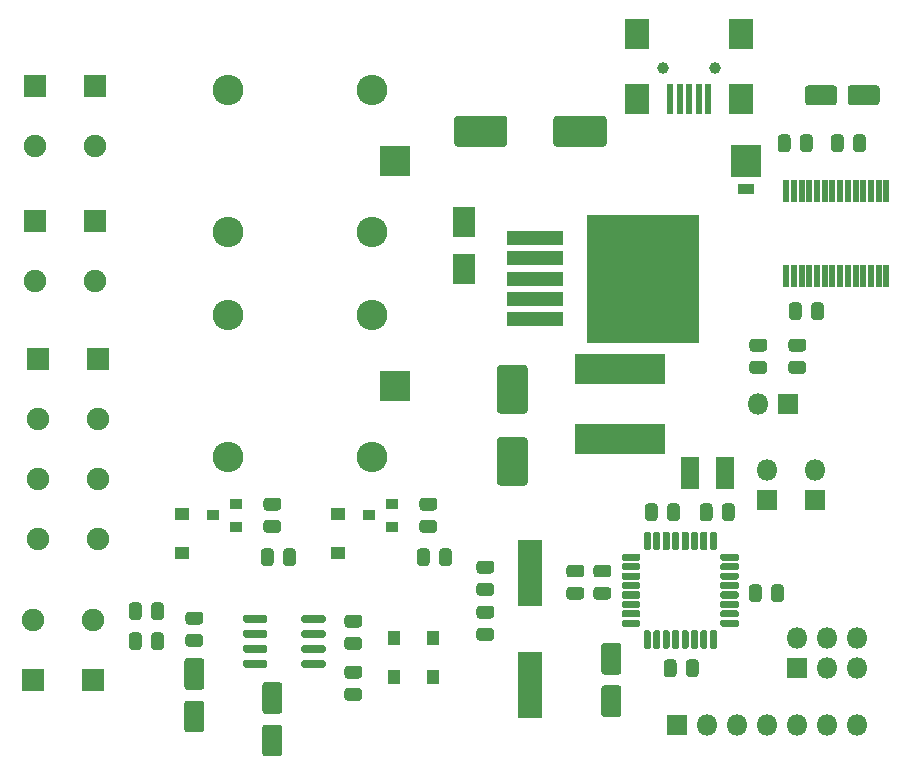
<source format=gbr>
%TF.GenerationSoftware,KiCad,Pcbnew,(5.1.6)-1*%
%TF.CreationDate,2021-01-04T09:58:51-07:00*%
%TF.ProjectId,R107 AC Controller,52313037-2041-4432-9043-6f6e74726f6c,rev?*%
%TF.SameCoordinates,Original*%
%TF.FileFunction,Soldermask,Top*%
%TF.FilePolarity,Negative*%
%FSLAX46Y46*%
G04 Gerber Fmt 4.6, Leading zero omitted, Abs format (unit mm)*
G04 Created by KiCad (PCBNEW (5.1.6)-1) date 2021-01-04 09:58:51*
%MOMM*%
%LPD*%
G01*
G04 APERTURE LIST*
%ADD10C,1.900000*%
%ADD11R,1.900000X1.900000*%
%ADD12R,7.600000X2.600000*%
%ADD13O,2.600000X2.600000*%
%ADD14R,2.600000X2.600000*%
%ADD15R,1.900000X2.600000*%
%ADD16O,1.800000X1.800000*%
%ADD17R,1.800000X1.800000*%
%ADD18R,2.640000X2.770000*%
%ADD19R,1.370000X0.862000*%
%ADD20R,1.000000X1.300000*%
%ADD21R,1.300000X1.000000*%
%ADD22R,1.600000X2.700000*%
%ADD23R,2.100000X5.600000*%
%ADD24R,0.550000X1.850000*%
%ADD25R,9.500000X10.900000*%
%ADD26R,4.700000X1.200000*%
%ADD27R,1.000000X0.900000*%
%ADD28C,1.000000*%
%ADD29R,0.600000X2.600000*%
%ADD30R,2.100000X2.600000*%
G04 APERTURE END LIST*
D10*
%TO.C,J4*%
X133604000Y-65024000D03*
X138684000Y-65024000D03*
X138684000Y-59944000D03*
X133604000Y-59944000D03*
X133604000Y-54864000D03*
X138684000Y-54864000D03*
D11*
X138684000Y-49784000D03*
X133604000Y-49784000D03*
%TD*%
D10*
%TO.C,J5*%
X133146800Y-71882000D03*
X138226800Y-71882000D03*
D11*
X133146800Y-76962000D03*
X138226800Y-76962000D03*
%TD*%
D10*
%TO.C,J2*%
X138430000Y-43180000D03*
X133350000Y-43180000D03*
D11*
X138430000Y-38100000D03*
X133350000Y-38100000D03*
%TD*%
D10*
%TO.C,J1*%
X138430000Y-31750000D03*
X133350000Y-31750000D03*
D11*
X138430000Y-26670000D03*
X133350000Y-26670000D03*
%TD*%
D12*
%TO.C,L1*%
X182880000Y-50644000D03*
X182880000Y-56544000D03*
%TD*%
D13*
%TO.C,K2*%
X161830000Y-58070000D03*
X149630000Y-58070000D03*
X149630000Y-46070000D03*
X161830000Y-46070000D03*
D14*
X163830000Y-52070000D03*
%TD*%
D13*
%TO.C,K1*%
X161830000Y-39020000D03*
X149630000Y-39020000D03*
X149630000Y-27020000D03*
X161830000Y-27020000D03*
D14*
X163830000Y-33020000D03*
%TD*%
D15*
%TO.C,D4*%
X169672000Y-42132000D03*
X169672000Y-38132000D03*
%TD*%
D16*
%TO.C,JP3*%
X195326000Y-59182000D03*
D17*
X195326000Y-61722000D03*
%TD*%
D18*
%TO.C,D7*%
X193548000Y-33020000D03*
D19*
X193548000Y-35371000D03*
%TD*%
D20*
%TO.C,D6*%
X163704000Y-73406000D03*
X167004000Y-73406000D03*
%TD*%
D21*
%TO.C,D3*%
X159004000Y-62866000D03*
X159004000Y-66166000D03*
%TD*%
D22*
%TO.C,D1*%
X188770000Y-59436000D03*
X191770000Y-59436000D03*
%TD*%
D23*
%TO.C,Y1*%
X175260000Y-77394000D03*
X175260000Y-67894000D03*
%TD*%
D24*
%TO.C,U4*%
X196943000Y-35516000D03*
X197593000Y-35516000D03*
X198243000Y-35516000D03*
X198893000Y-35516000D03*
X199543000Y-35516000D03*
X200193000Y-35516000D03*
X200843000Y-35516000D03*
X201493000Y-35516000D03*
X202143000Y-35516000D03*
X202793000Y-35516000D03*
X203443000Y-35516000D03*
X204093000Y-35516000D03*
X204743000Y-35516000D03*
X205393000Y-35516000D03*
X205393000Y-42716000D03*
X204743000Y-42716000D03*
X204093000Y-42716000D03*
X203443000Y-42716000D03*
X202793000Y-42716000D03*
X202143000Y-42716000D03*
X201493000Y-42716000D03*
X200843000Y-42716000D03*
X200193000Y-42716000D03*
X199543000Y-42716000D03*
X198893000Y-42716000D03*
X198243000Y-42716000D03*
X197593000Y-42716000D03*
X196943000Y-42716000D03*
%TD*%
%TO.C,U3*%
G36*
G01*
X155882000Y-71930000D02*
X155882000Y-71580000D01*
G75*
G02*
X156057000Y-71405000I175000J0D01*
G01*
X157757000Y-71405000D01*
G75*
G02*
X157932000Y-71580000I0J-175000D01*
G01*
X157932000Y-71930000D01*
G75*
G02*
X157757000Y-72105000I-175000J0D01*
G01*
X156057000Y-72105000D01*
G75*
G02*
X155882000Y-71930000I0J175000D01*
G01*
G37*
G36*
G01*
X155882000Y-73200000D02*
X155882000Y-72850000D01*
G75*
G02*
X156057000Y-72675000I175000J0D01*
G01*
X157757000Y-72675000D01*
G75*
G02*
X157932000Y-72850000I0J-175000D01*
G01*
X157932000Y-73200000D01*
G75*
G02*
X157757000Y-73375000I-175000J0D01*
G01*
X156057000Y-73375000D01*
G75*
G02*
X155882000Y-73200000I0J175000D01*
G01*
G37*
G36*
G01*
X155882000Y-74470000D02*
X155882000Y-74120000D01*
G75*
G02*
X156057000Y-73945000I175000J0D01*
G01*
X157757000Y-73945000D01*
G75*
G02*
X157932000Y-74120000I0J-175000D01*
G01*
X157932000Y-74470000D01*
G75*
G02*
X157757000Y-74645000I-175000J0D01*
G01*
X156057000Y-74645000D01*
G75*
G02*
X155882000Y-74470000I0J175000D01*
G01*
G37*
G36*
G01*
X155882000Y-75740000D02*
X155882000Y-75390000D01*
G75*
G02*
X156057000Y-75215000I175000J0D01*
G01*
X157757000Y-75215000D01*
G75*
G02*
X157932000Y-75390000I0J-175000D01*
G01*
X157932000Y-75740000D01*
G75*
G02*
X157757000Y-75915000I-175000J0D01*
G01*
X156057000Y-75915000D01*
G75*
G02*
X155882000Y-75740000I0J175000D01*
G01*
G37*
G36*
G01*
X150932000Y-75740000D02*
X150932000Y-75390000D01*
G75*
G02*
X151107000Y-75215000I175000J0D01*
G01*
X152807000Y-75215000D01*
G75*
G02*
X152982000Y-75390000I0J-175000D01*
G01*
X152982000Y-75740000D01*
G75*
G02*
X152807000Y-75915000I-175000J0D01*
G01*
X151107000Y-75915000D01*
G75*
G02*
X150932000Y-75740000I0J175000D01*
G01*
G37*
G36*
G01*
X150932000Y-74470000D02*
X150932000Y-74120000D01*
G75*
G02*
X151107000Y-73945000I175000J0D01*
G01*
X152807000Y-73945000D01*
G75*
G02*
X152982000Y-74120000I0J-175000D01*
G01*
X152982000Y-74470000D01*
G75*
G02*
X152807000Y-74645000I-175000J0D01*
G01*
X151107000Y-74645000D01*
G75*
G02*
X150932000Y-74470000I0J175000D01*
G01*
G37*
G36*
G01*
X150932000Y-73200000D02*
X150932000Y-72850000D01*
G75*
G02*
X151107000Y-72675000I175000J0D01*
G01*
X152807000Y-72675000D01*
G75*
G02*
X152982000Y-72850000I0J-175000D01*
G01*
X152982000Y-73200000D01*
G75*
G02*
X152807000Y-73375000I-175000J0D01*
G01*
X151107000Y-73375000D01*
G75*
G02*
X150932000Y-73200000I0J175000D01*
G01*
G37*
G36*
G01*
X150932000Y-71930000D02*
X150932000Y-71580000D01*
G75*
G02*
X151107000Y-71405000I175000J0D01*
G01*
X152807000Y-71405000D01*
G75*
G02*
X152982000Y-71580000I0J-175000D01*
G01*
X152982000Y-71930000D01*
G75*
G02*
X152807000Y-72105000I-175000J0D01*
G01*
X151107000Y-72105000D01*
G75*
G02*
X150932000Y-71930000I0J175000D01*
G01*
G37*
%TD*%
D25*
%TO.C,U2*%
X184797000Y-42945000D03*
D26*
X175647000Y-46345000D03*
X175647000Y-44645000D03*
X175647000Y-42945000D03*
X175647000Y-41245000D03*
X175647000Y-39545000D03*
%TD*%
%TO.C,U1*%
G36*
G01*
X184860000Y-65817000D02*
X184860000Y-64517000D01*
G75*
G02*
X185010000Y-64367000I150000J0D01*
G01*
X185310000Y-64367000D01*
G75*
G02*
X185460000Y-64517000I0J-150000D01*
G01*
X185460000Y-65817000D01*
G75*
G02*
X185310000Y-65967000I-150000J0D01*
G01*
X185010000Y-65967000D01*
G75*
G02*
X184860000Y-65817000I0J150000D01*
G01*
G37*
G36*
G01*
X185660000Y-65817000D02*
X185660000Y-64517000D01*
G75*
G02*
X185810000Y-64367000I150000J0D01*
G01*
X186110000Y-64367000D01*
G75*
G02*
X186260000Y-64517000I0J-150000D01*
G01*
X186260000Y-65817000D01*
G75*
G02*
X186110000Y-65967000I-150000J0D01*
G01*
X185810000Y-65967000D01*
G75*
G02*
X185660000Y-65817000I0J150000D01*
G01*
G37*
G36*
G01*
X186460000Y-65817000D02*
X186460000Y-64517000D01*
G75*
G02*
X186610000Y-64367000I150000J0D01*
G01*
X186910000Y-64367000D01*
G75*
G02*
X187060000Y-64517000I0J-150000D01*
G01*
X187060000Y-65817000D01*
G75*
G02*
X186910000Y-65967000I-150000J0D01*
G01*
X186610000Y-65967000D01*
G75*
G02*
X186460000Y-65817000I0J150000D01*
G01*
G37*
G36*
G01*
X187260000Y-65817000D02*
X187260000Y-64517000D01*
G75*
G02*
X187410000Y-64367000I150000J0D01*
G01*
X187710000Y-64367000D01*
G75*
G02*
X187860000Y-64517000I0J-150000D01*
G01*
X187860000Y-65817000D01*
G75*
G02*
X187710000Y-65967000I-150000J0D01*
G01*
X187410000Y-65967000D01*
G75*
G02*
X187260000Y-65817000I0J150000D01*
G01*
G37*
G36*
G01*
X188060000Y-65817000D02*
X188060000Y-64517000D01*
G75*
G02*
X188210000Y-64367000I150000J0D01*
G01*
X188510000Y-64367000D01*
G75*
G02*
X188660000Y-64517000I0J-150000D01*
G01*
X188660000Y-65817000D01*
G75*
G02*
X188510000Y-65967000I-150000J0D01*
G01*
X188210000Y-65967000D01*
G75*
G02*
X188060000Y-65817000I0J150000D01*
G01*
G37*
G36*
G01*
X188860000Y-65817000D02*
X188860000Y-64517000D01*
G75*
G02*
X189010000Y-64367000I150000J0D01*
G01*
X189310000Y-64367000D01*
G75*
G02*
X189460000Y-64517000I0J-150000D01*
G01*
X189460000Y-65817000D01*
G75*
G02*
X189310000Y-65967000I-150000J0D01*
G01*
X189010000Y-65967000D01*
G75*
G02*
X188860000Y-65817000I0J150000D01*
G01*
G37*
G36*
G01*
X189660000Y-65817000D02*
X189660000Y-64517000D01*
G75*
G02*
X189810000Y-64367000I150000J0D01*
G01*
X190110000Y-64367000D01*
G75*
G02*
X190260000Y-64517000I0J-150000D01*
G01*
X190260000Y-65817000D01*
G75*
G02*
X190110000Y-65967000I-150000J0D01*
G01*
X189810000Y-65967000D01*
G75*
G02*
X189660000Y-65817000I0J150000D01*
G01*
G37*
G36*
G01*
X190460000Y-65817000D02*
X190460000Y-64517000D01*
G75*
G02*
X190610000Y-64367000I150000J0D01*
G01*
X190910000Y-64367000D01*
G75*
G02*
X191060000Y-64517000I0J-150000D01*
G01*
X191060000Y-65817000D01*
G75*
G02*
X190910000Y-65967000I-150000J0D01*
G01*
X190610000Y-65967000D01*
G75*
G02*
X190460000Y-65817000I0J150000D01*
G01*
G37*
G36*
G01*
X191335000Y-66692000D02*
X191335000Y-66392000D01*
G75*
G02*
X191485000Y-66242000I150000J0D01*
G01*
X192785000Y-66242000D01*
G75*
G02*
X192935000Y-66392000I0J-150000D01*
G01*
X192935000Y-66692000D01*
G75*
G02*
X192785000Y-66842000I-150000J0D01*
G01*
X191485000Y-66842000D01*
G75*
G02*
X191335000Y-66692000I0J150000D01*
G01*
G37*
G36*
G01*
X191335000Y-67492000D02*
X191335000Y-67192000D01*
G75*
G02*
X191485000Y-67042000I150000J0D01*
G01*
X192785000Y-67042000D01*
G75*
G02*
X192935000Y-67192000I0J-150000D01*
G01*
X192935000Y-67492000D01*
G75*
G02*
X192785000Y-67642000I-150000J0D01*
G01*
X191485000Y-67642000D01*
G75*
G02*
X191335000Y-67492000I0J150000D01*
G01*
G37*
G36*
G01*
X191335000Y-68292000D02*
X191335000Y-67992000D01*
G75*
G02*
X191485000Y-67842000I150000J0D01*
G01*
X192785000Y-67842000D01*
G75*
G02*
X192935000Y-67992000I0J-150000D01*
G01*
X192935000Y-68292000D01*
G75*
G02*
X192785000Y-68442000I-150000J0D01*
G01*
X191485000Y-68442000D01*
G75*
G02*
X191335000Y-68292000I0J150000D01*
G01*
G37*
G36*
G01*
X191335000Y-69092000D02*
X191335000Y-68792000D01*
G75*
G02*
X191485000Y-68642000I150000J0D01*
G01*
X192785000Y-68642000D01*
G75*
G02*
X192935000Y-68792000I0J-150000D01*
G01*
X192935000Y-69092000D01*
G75*
G02*
X192785000Y-69242000I-150000J0D01*
G01*
X191485000Y-69242000D01*
G75*
G02*
X191335000Y-69092000I0J150000D01*
G01*
G37*
G36*
G01*
X191335000Y-69892000D02*
X191335000Y-69592000D01*
G75*
G02*
X191485000Y-69442000I150000J0D01*
G01*
X192785000Y-69442000D01*
G75*
G02*
X192935000Y-69592000I0J-150000D01*
G01*
X192935000Y-69892000D01*
G75*
G02*
X192785000Y-70042000I-150000J0D01*
G01*
X191485000Y-70042000D01*
G75*
G02*
X191335000Y-69892000I0J150000D01*
G01*
G37*
G36*
G01*
X191335000Y-70692000D02*
X191335000Y-70392000D01*
G75*
G02*
X191485000Y-70242000I150000J0D01*
G01*
X192785000Y-70242000D01*
G75*
G02*
X192935000Y-70392000I0J-150000D01*
G01*
X192935000Y-70692000D01*
G75*
G02*
X192785000Y-70842000I-150000J0D01*
G01*
X191485000Y-70842000D01*
G75*
G02*
X191335000Y-70692000I0J150000D01*
G01*
G37*
G36*
G01*
X191335000Y-71492000D02*
X191335000Y-71192000D01*
G75*
G02*
X191485000Y-71042000I150000J0D01*
G01*
X192785000Y-71042000D01*
G75*
G02*
X192935000Y-71192000I0J-150000D01*
G01*
X192935000Y-71492000D01*
G75*
G02*
X192785000Y-71642000I-150000J0D01*
G01*
X191485000Y-71642000D01*
G75*
G02*
X191335000Y-71492000I0J150000D01*
G01*
G37*
G36*
G01*
X191335000Y-72292000D02*
X191335000Y-71992000D01*
G75*
G02*
X191485000Y-71842000I150000J0D01*
G01*
X192785000Y-71842000D01*
G75*
G02*
X192935000Y-71992000I0J-150000D01*
G01*
X192935000Y-72292000D01*
G75*
G02*
X192785000Y-72442000I-150000J0D01*
G01*
X191485000Y-72442000D01*
G75*
G02*
X191335000Y-72292000I0J150000D01*
G01*
G37*
G36*
G01*
X190460000Y-74167000D02*
X190460000Y-72867000D01*
G75*
G02*
X190610000Y-72717000I150000J0D01*
G01*
X190910000Y-72717000D01*
G75*
G02*
X191060000Y-72867000I0J-150000D01*
G01*
X191060000Y-74167000D01*
G75*
G02*
X190910000Y-74317000I-150000J0D01*
G01*
X190610000Y-74317000D01*
G75*
G02*
X190460000Y-74167000I0J150000D01*
G01*
G37*
G36*
G01*
X189660000Y-74167000D02*
X189660000Y-72867000D01*
G75*
G02*
X189810000Y-72717000I150000J0D01*
G01*
X190110000Y-72717000D01*
G75*
G02*
X190260000Y-72867000I0J-150000D01*
G01*
X190260000Y-74167000D01*
G75*
G02*
X190110000Y-74317000I-150000J0D01*
G01*
X189810000Y-74317000D01*
G75*
G02*
X189660000Y-74167000I0J150000D01*
G01*
G37*
G36*
G01*
X188860000Y-74167000D02*
X188860000Y-72867000D01*
G75*
G02*
X189010000Y-72717000I150000J0D01*
G01*
X189310000Y-72717000D01*
G75*
G02*
X189460000Y-72867000I0J-150000D01*
G01*
X189460000Y-74167000D01*
G75*
G02*
X189310000Y-74317000I-150000J0D01*
G01*
X189010000Y-74317000D01*
G75*
G02*
X188860000Y-74167000I0J150000D01*
G01*
G37*
G36*
G01*
X188060000Y-74167000D02*
X188060000Y-72867000D01*
G75*
G02*
X188210000Y-72717000I150000J0D01*
G01*
X188510000Y-72717000D01*
G75*
G02*
X188660000Y-72867000I0J-150000D01*
G01*
X188660000Y-74167000D01*
G75*
G02*
X188510000Y-74317000I-150000J0D01*
G01*
X188210000Y-74317000D01*
G75*
G02*
X188060000Y-74167000I0J150000D01*
G01*
G37*
G36*
G01*
X187260000Y-74167000D02*
X187260000Y-72867000D01*
G75*
G02*
X187410000Y-72717000I150000J0D01*
G01*
X187710000Y-72717000D01*
G75*
G02*
X187860000Y-72867000I0J-150000D01*
G01*
X187860000Y-74167000D01*
G75*
G02*
X187710000Y-74317000I-150000J0D01*
G01*
X187410000Y-74317000D01*
G75*
G02*
X187260000Y-74167000I0J150000D01*
G01*
G37*
G36*
G01*
X186460000Y-74167000D02*
X186460000Y-72867000D01*
G75*
G02*
X186610000Y-72717000I150000J0D01*
G01*
X186910000Y-72717000D01*
G75*
G02*
X187060000Y-72867000I0J-150000D01*
G01*
X187060000Y-74167000D01*
G75*
G02*
X186910000Y-74317000I-150000J0D01*
G01*
X186610000Y-74317000D01*
G75*
G02*
X186460000Y-74167000I0J150000D01*
G01*
G37*
G36*
G01*
X185660000Y-74167000D02*
X185660000Y-72867000D01*
G75*
G02*
X185810000Y-72717000I150000J0D01*
G01*
X186110000Y-72717000D01*
G75*
G02*
X186260000Y-72867000I0J-150000D01*
G01*
X186260000Y-74167000D01*
G75*
G02*
X186110000Y-74317000I-150000J0D01*
G01*
X185810000Y-74317000D01*
G75*
G02*
X185660000Y-74167000I0J150000D01*
G01*
G37*
G36*
G01*
X184860000Y-74167000D02*
X184860000Y-72867000D01*
G75*
G02*
X185010000Y-72717000I150000J0D01*
G01*
X185310000Y-72717000D01*
G75*
G02*
X185460000Y-72867000I0J-150000D01*
G01*
X185460000Y-74167000D01*
G75*
G02*
X185310000Y-74317000I-150000J0D01*
G01*
X185010000Y-74317000D01*
G75*
G02*
X184860000Y-74167000I0J150000D01*
G01*
G37*
G36*
G01*
X182985000Y-72292000D02*
X182985000Y-71992000D01*
G75*
G02*
X183135000Y-71842000I150000J0D01*
G01*
X184435000Y-71842000D01*
G75*
G02*
X184585000Y-71992000I0J-150000D01*
G01*
X184585000Y-72292000D01*
G75*
G02*
X184435000Y-72442000I-150000J0D01*
G01*
X183135000Y-72442000D01*
G75*
G02*
X182985000Y-72292000I0J150000D01*
G01*
G37*
G36*
G01*
X182985000Y-71492000D02*
X182985000Y-71192000D01*
G75*
G02*
X183135000Y-71042000I150000J0D01*
G01*
X184435000Y-71042000D01*
G75*
G02*
X184585000Y-71192000I0J-150000D01*
G01*
X184585000Y-71492000D01*
G75*
G02*
X184435000Y-71642000I-150000J0D01*
G01*
X183135000Y-71642000D01*
G75*
G02*
X182985000Y-71492000I0J150000D01*
G01*
G37*
G36*
G01*
X182985000Y-70692000D02*
X182985000Y-70392000D01*
G75*
G02*
X183135000Y-70242000I150000J0D01*
G01*
X184435000Y-70242000D01*
G75*
G02*
X184585000Y-70392000I0J-150000D01*
G01*
X184585000Y-70692000D01*
G75*
G02*
X184435000Y-70842000I-150000J0D01*
G01*
X183135000Y-70842000D01*
G75*
G02*
X182985000Y-70692000I0J150000D01*
G01*
G37*
G36*
G01*
X182985000Y-69892000D02*
X182985000Y-69592000D01*
G75*
G02*
X183135000Y-69442000I150000J0D01*
G01*
X184435000Y-69442000D01*
G75*
G02*
X184585000Y-69592000I0J-150000D01*
G01*
X184585000Y-69892000D01*
G75*
G02*
X184435000Y-70042000I-150000J0D01*
G01*
X183135000Y-70042000D01*
G75*
G02*
X182985000Y-69892000I0J150000D01*
G01*
G37*
G36*
G01*
X182985000Y-69092000D02*
X182985000Y-68792000D01*
G75*
G02*
X183135000Y-68642000I150000J0D01*
G01*
X184435000Y-68642000D01*
G75*
G02*
X184585000Y-68792000I0J-150000D01*
G01*
X184585000Y-69092000D01*
G75*
G02*
X184435000Y-69242000I-150000J0D01*
G01*
X183135000Y-69242000D01*
G75*
G02*
X182985000Y-69092000I0J150000D01*
G01*
G37*
G36*
G01*
X182985000Y-68292000D02*
X182985000Y-67992000D01*
G75*
G02*
X183135000Y-67842000I150000J0D01*
G01*
X184435000Y-67842000D01*
G75*
G02*
X184585000Y-67992000I0J-150000D01*
G01*
X184585000Y-68292000D01*
G75*
G02*
X184435000Y-68442000I-150000J0D01*
G01*
X183135000Y-68442000D01*
G75*
G02*
X182985000Y-68292000I0J150000D01*
G01*
G37*
G36*
G01*
X182985000Y-67492000D02*
X182985000Y-67192000D01*
G75*
G02*
X183135000Y-67042000I150000J0D01*
G01*
X184435000Y-67042000D01*
G75*
G02*
X184585000Y-67192000I0J-150000D01*
G01*
X184585000Y-67492000D01*
G75*
G02*
X184435000Y-67642000I-150000J0D01*
G01*
X183135000Y-67642000D01*
G75*
G02*
X182985000Y-67492000I0J150000D01*
G01*
G37*
G36*
G01*
X182985000Y-66692000D02*
X182985000Y-66392000D01*
G75*
G02*
X183135000Y-66242000I150000J0D01*
G01*
X184435000Y-66242000D01*
G75*
G02*
X184585000Y-66392000I0J-150000D01*
G01*
X184585000Y-66692000D01*
G75*
G02*
X184435000Y-66842000I-150000J0D01*
G01*
X183135000Y-66842000D01*
G75*
G02*
X182985000Y-66692000I0J150000D01*
G01*
G37*
%TD*%
%TO.C,R11*%
G36*
G01*
X160755250Y-72498000D02*
X159792750Y-72498000D01*
G75*
G02*
X159524000Y-72229250I0J268750D01*
G01*
X159524000Y-71691750D01*
G75*
G02*
X159792750Y-71423000I268750J0D01*
G01*
X160755250Y-71423000D01*
G75*
G02*
X161024000Y-71691750I0J-268750D01*
G01*
X161024000Y-72229250D01*
G75*
G02*
X160755250Y-72498000I-268750J0D01*
G01*
G37*
G36*
G01*
X160755250Y-74373000D02*
X159792750Y-74373000D01*
G75*
G02*
X159524000Y-74104250I0J268750D01*
G01*
X159524000Y-73566750D01*
G75*
G02*
X159792750Y-73298000I268750J0D01*
G01*
X160755250Y-73298000D01*
G75*
G02*
X161024000Y-73566750I0J-268750D01*
G01*
X161024000Y-74104250D01*
G75*
G02*
X160755250Y-74373000I-268750J0D01*
G01*
G37*
%TD*%
%TO.C,R10*%
G36*
G01*
X159792750Y-77616000D02*
X160755250Y-77616000D01*
G75*
G02*
X161024000Y-77884750I0J-268750D01*
G01*
X161024000Y-78422250D01*
G75*
G02*
X160755250Y-78691000I-268750J0D01*
G01*
X159792750Y-78691000D01*
G75*
G02*
X159524000Y-78422250I0J268750D01*
G01*
X159524000Y-77884750D01*
G75*
G02*
X159792750Y-77616000I268750J0D01*
G01*
G37*
G36*
G01*
X159792750Y-75741000D02*
X160755250Y-75741000D01*
G75*
G02*
X161024000Y-76009750I0J-268750D01*
G01*
X161024000Y-76547250D01*
G75*
G02*
X160755250Y-76816000I-268750J0D01*
G01*
X159792750Y-76816000D01*
G75*
G02*
X159524000Y-76547250I0J268750D01*
G01*
X159524000Y-76009750D01*
G75*
G02*
X159792750Y-75741000I268750J0D01*
G01*
G37*
%TD*%
%TO.C,R9*%
G36*
G01*
X195045250Y-49130000D02*
X194082750Y-49130000D01*
G75*
G02*
X193814000Y-48861250I0J268750D01*
G01*
X193814000Y-48323750D01*
G75*
G02*
X194082750Y-48055000I268750J0D01*
G01*
X195045250Y-48055000D01*
G75*
G02*
X195314000Y-48323750I0J-268750D01*
G01*
X195314000Y-48861250D01*
G75*
G02*
X195045250Y-49130000I-268750J0D01*
G01*
G37*
G36*
G01*
X195045250Y-51005000D02*
X194082750Y-51005000D01*
G75*
G02*
X193814000Y-50736250I0J268750D01*
G01*
X193814000Y-50198750D01*
G75*
G02*
X194082750Y-49930000I268750J0D01*
G01*
X195045250Y-49930000D01*
G75*
G02*
X195314000Y-50198750I0J-268750D01*
G01*
X195314000Y-50736250D01*
G75*
G02*
X195045250Y-51005000I-268750J0D01*
G01*
G37*
%TD*%
%TO.C,R8*%
G36*
G01*
X198347250Y-49130000D02*
X197384750Y-49130000D01*
G75*
G02*
X197116000Y-48861250I0J268750D01*
G01*
X197116000Y-48323750D01*
G75*
G02*
X197384750Y-48055000I268750J0D01*
G01*
X198347250Y-48055000D01*
G75*
G02*
X198616000Y-48323750I0J-268750D01*
G01*
X198616000Y-48861250D01*
G75*
G02*
X198347250Y-49130000I-268750J0D01*
G01*
G37*
G36*
G01*
X198347250Y-51005000D02*
X197384750Y-51005000D01*
G75*
G02*
X197116000Y-50736250I0J268750D01*
G01*
X197116000Y-50198750D01*
G75*
G02*
X197384750Y-49930000I268750J0D01*
G01*
X198347250Y-49930000D01*
G75*
G02*
X198616000Y-50198750I0J-268750D01*
G01*
X198616000Y-50736250D01*
G75*
G02*
X198347250Y-51005000I-268750J0D01*
G01*
G37*
%TD*%
%TO.C,R7*%
G36*
G01*
X188438500Y-76427250D02*
X188438500Y-75464750D01*
G75*
G02*
X188707250Y-75196000I268750J0D01*
G01*
X189244750Y-75196000D01*
G75*
G02*
X189513500Y-75464750I0J-268750D01*
G01*
X189513500Y-76427250D01*
G75*
G02*
X189244750Y-76696000I-268750J0D01*
G01*
X188707250Y-76696000D01*
G75*
G02*
X188438500Y-76427250I0J268750D01*
G01*
G37*
G36*
G01*
X186563500Y-76427250D02*
X186563500Y-75464750D01*
G75*
G02*
X186832250Y-75196000I268750J0D01*
G01*
X187369750Y-75196000D01*
G75*
G02*
X187638500Y-75464750I0J-268750D01*
G01*
X187638500Y-76427250D01*
G75*
G02*
X187369750Y-76696000I-268750J0D01*
G01*
X186832250Y-76696000D01*
G75*
G02*
X186563500Y-76427250I0J268750D01*
G01*
G37*
%TD*%
%TO.C,R6*%
G36*
G01*
X167105250Y-62592000D02*
X166142750Y-62592000D01*
G75*
G02*
X165874000Y-62323250I0J268750D01*
G01*
X165874000Y-61785750D01*
G75*
G02*
X166142750Y-61517000I268750J0D01*
G01*
X167105250Y-61517000D01*
G75*
G02*
X167374000Y-61785750I0J-268750D01*
G01*
X167374000Y-62323250D01*
G75*
G02*
X167105250Y-62592000I-268750J0D01*
G01*
G37*
G36*
G01*
X167105250Y-64467000D02*
X166142750Y-64467000D01*
G75*
G02*
X165874000Y-64198250I0J268750D01*
G01*
X165874000Y-63660750D01*
G75*
G02*
X166142750Y-63392000I268750J0D01*
G01*
X167105250Y-63392000D01*
G75*
G02*
X167374000Y-63660750I0J-268750D01*
G01*
X167374000Y-64198250D01*
G75*
G02*
X167105250Y-64467000I-268750J0D01*
G01*
G37*
%TD*%
%TO.C,R5*%
G36*
G01*
X153897250Y-62592000D02*
X152934750Y-62592000D01*
G75*
G02*
X152666000Y-62323250I0J268750D01*
G01*
X152666000Y-61785750D01*
G75*
G02*
X152934750Y-61517000I268750J0D01*
G01*
X153897250Y-61517000D01*
G75*
G02*
X154166000Y-61785750I0J-268750D01*
G01*
X154166000Y-62323250D01*
G75*
G02*
X153897250Y-62592000I-268750J0D01*
G01*
G37*
G36*
G01*
X153897250Y-64467000D02*
X152934750Y-64467000D01*
G75*
G02*
X152666000Y-64198250I0J268750D01*
G01*
X152666000Y-63660750D01*
G75*
G02*
X152934750Y-63392000I268750J0D01*
G01*
X153897250Y-63392000D01*
G75*
G02*
X154166000Y-63660750I0J-268750D01*
G01*
X154166000Y-64198250D01*
G75*
G02*
X153897250Y-64467000I-268750J0D01*
G01*
G37*
%TD*%
%TO.C,R4*%
G36*
G01*
X166732000Y-66066750D02*
X166732000Y-67029250D01*
G75*
G02*
X166463250Y-67298000I-268750J0D01*
G01*
X165925750Y-67298000D01*
G75*
G02*
X165657000Y-67029250I0J268750D01*
G01*
X165657000Y-66066750D01*
G75*
G02*
X165925750Y-65798000I268750J0D01*
G01*
X166463250Y-65798000D01*
G75*
G02*
X166732000Y-66066750I0J-268750D01*
G01*
G37*
G36*
G01*
X168607000Y-66066750D02*
X168607000Y-67029250D01*
G75*
G02*
X168338250Y-67298000I-268750J0D01*
G01*
X167800750Y-67298000D01*
G75*
G02*
X167532000Y-67029250I0J268750D01*
G01*
X167532000Y-66066750D01*
G75*
G02*
X167800750Y-65798000I268750J0D01*
G01*
X168338250Y-65798000D01*
G75*
G02*
X168607000Y-66066750I0J-268750D01*
G01*
G37*
%TD*%
%TO.C,R3*%
G36*
G01*
X153524000Y-66066750D02*
X153524000Y-67029250D01*
G75*
G02*
X153255250Y-67298000I-268750J0D01*
G01*
X152717750Y-67298000D01*
G75*
G02*
X152449000Y-67029250I0J268750D01*
G01*
X152449000Y-66066750D01*
G75*
G02*
X152717750Y-65798000I268750J0D01*
G01*
X153255250Y-65798000D01*
G75*
G02*
X153524000Y-66066750I0J-268750D01*
G01*
G37*
G36*
G01*
X155399000Y-66066750D02*
X155399000Y-67029250D01*
G75*
G02*
X155130250Y-67298000I-268750J0D01*
G01*
X154592750Y-67298000D01*
G75*
G02*
X154324000Y-67029250I0J268750D01*
G01*
X154324000Y-66066750D01*
G75*
G02*
X154592750Y-65798000I268750J0D01*
G01*
X155130250Y-65798000D01*
G75*
G02*
X155399000Y-66066750I0J-268750D01*
G01*
G37*
%TD*%
%TO.C,R2*%
G36*
G01*
X190686500Y-62256750D02*
X190686500Y-63219250D01*
G75*
G02*
X190417750Y-63488000I-268750J0D01*
G01*
X189880250Y-63488000D01*
G75*
G02*
X189611500Y-63219250I0J268750D01*
G01*
X189611500Y-62256750D01*
G75*
G02*
X189880250Y-61988000I268750J0D01*
G01*
X190417750Y-61988000D01*
G75*
G02*
X190686500Y-62256750I0J-268750D01*
G01*
G37*
G36*
G01*
X192561500Y-62256750D02*
X192561500Y-63219250D01*
G75*
G02*
X192292750Y-63488000I-268750J0D01*
G01*
X191755250Y-63488000D01*
G75*
G02*
X191486500Y-63219250I0J268750D01*
G01*
X191486500Y-62256750D01*
G75*
G02*
X191755250Y-61988000I268750J0D01*
G01*
X192292750Y-61988000D01*
G75*
G02*
X192561500Y-62256750I0J-268750D01*
G01*
G37*
%TD*%
%TO.C,R1*%
G36*
G01*
X186836000Y-63219250D02*
X186836000Y-62256750D01*
G75*
G02*
X187104750Y-61988000I268750J0D01*
G01*
X187642250Y-61988000D01*
G75*
G02*
X187911000Y-62256750I0J-268750D01*
G01*
X187911000Y-63219250D01*
G75*
G02*
X187642250Y-63488000I-268750J0D01*
G01*
X187104750Y-63488000D01*
G75*
G02*
X186836000Y-63219250I0J268750D01*
G01*
G37*
G36*
G01*
X184961000Y-63219250D02*
X184961000Y-62256750D01*
G75*
G02*
X185229750Y-61988000I268750J0D01*
G01*
X185767250Y-61988000D01*
G75*
G02*
X186036000Y-62256750I0J-268750D01*
G01*
X186036000Y-63219250D01*
G75*
G02*
X185767250Y-63488000I-268750J0D01*
G01*
X185229750Y-63488000D01*
G75*
G02*
X184961000Y-63219250I0J268750D01*
G01*
G37*
%TD*%
D27*
%TO.C,Q2*%
X161560000Y-62992000D03*
X163560000Y-62042000D03*
X163560000Y-63942000D03*
%TD*%
%TO.C,Q1*%
X148352000Y-62992000D03*
X150352000Y-62042000D03*
X150352000Y-63942000D03*
%TD*%
D16*
%TO.C,JP2*%
X199390000Y-59182000D03*
D17*
X199390000Y-61722000D03*
%TD*%
D16*
%TO.C,JP1*%
X194564000Y-53594000D03*
D17*
X197104000Y-53594000D03*
%TD*%
D16*
%TO.C,J7*%
X202946000Y-73406000D03*
X202946000Y-75946000D03*
X200406000Y-73406000D03*
X200406000Y-75946000D03*
X197866000Y-73406000D03*
D17*
X197866000Y-75946000D03*
%TD*%
D28*
%TO.C,J6*%
X186522000Y-25146000D03*
X190922000Y-25146000D03*
D29*
X187122000Y-27746000D03*
X187922000Y-27746000D03*
X188722000Y-27746000D03*
X189522000Y-27746000D03*
X190322000Y-27746000D03*
D30*
X184322000Y-27746000D03*
X193122000Y-27746000D03*
X184322000Y-22246000D03*
X193122000Y-22246000D03*
%TD*%
D16*
%TO.C,J3*%
X202946000Y-80772000D03*
X200406000Y-80772000D03*
X197866000Y-80772000D03*
X195326000Y-80772000D03*
X192786000Y-80772000D03*
X190246000Y-80772000D03*
D17*
X187706000Y-80772000D03*
%TD*%
%TO.C,FB2*%
G36*
G01*
X143148000Y-71601250D02*
X143148000Y-70638750D01*
G75*
G02*
X143416750Y-70370000I268750J0D01*
G01*
X143954250Y-70370000D01*
G75*
G02*
X144223000Y-70638750I0J-268750D01*
G01*
X144223000Y-71601250D01*
G75*
G02*
X143954250Y-71870000I-268750J0D01*
G01*
X143416750Y-71870000D01*
G75*
G02*
X143148000Y-71601250I0J268750D01*
G01*
G37*
G36*
G01*
X141273000Y-71601250D02*
X141273000Y-70638750D01*
G75*
G02*
X141541750Y-70370000I268750J0D01*
G01*
X142079250Y-70370000D01*
G75*
G02*
X142348000Y-70638750I0J-268750D01*
G01*
X142348000Y-71601250D01*
G75*
G02*
X142079250Y-71870000I-268750J0D01*
G01*
X141541750Y-71870000D01*
G75*
G02*
X141273000Y-71601250I0J268750D01*
G01*
G37*
%TD*%
%TO.C,FB1*%
G36*
G01*
X143148000Y-74141250D02*
X143148000Y-73178750D01*
G75*
G02*
X143416750Y-72910000I268750J0D01*
G01*
X143954250Y-72910000D01*
G75*
G02*
X144223000Y-73178750I0J-268750D01*
G01*
X144223000Y-74141250D01*
G75*
G02*
X143954250Y-74410000I-268750J0D01*
G01*
X143416750Y-74410000D01*
G75*
G02*
X143148000Y-74141250I0J268750D01*
G01*
G37*
G36*
G01*
X141273000Y-74141250D02*
X141273000Y-73178750D01*
G75*
G02*
X141541750Y-72910000I268750J0D01*
G01*
X142079250Y-72910000D01*
G75*
G02*
X142348000Y-73178750I0J-268750D01*
G01*
X142348000Y-74141250D01*
G75*
G02*
X142079250Y-74410000I-268750J0D01*
G01*
X141541750Y-74410000D01*
G75*
G02*
X141273000Y-74141250I0J268750D01*
G01*
G37*
%TD*%
D20*
%TO.C,D5*%
X163704000Y-76708000D03*
X167004000Y-76708000D03*
%TD*%
D21*
%TO.C,D2*%
X145796000Y-62866000D03*
X145796000Y-66166000D03*
%TD*%
%TO.C,C15*%
G36*
G01*
X197290500Y-31014750D02*
X197290500Y-31977250D01*
G75*
G02*
X197021750Y-32246000I-268750J0D01*
G01*
X196484250Y-32246000D01*
G75*
G02*
X196215500Y-31977250I0J268750D01*
G01*
X196215500Y-31014750D01*
G75*
G02*
X196484250Y-30746000I268750J0D01*
G01*
X197021750Y-30746000D01*
G75*
G02*
X197290500Y-31014750I0J-268750D01*
G01*
G37*
G36*
G01*
X199165500Y-31014750D02*
X199165500Y-31977250D01*
G75*
G02*
X198896750Y-32246000I-268750J0D01*
G01*
X198359250Y-32246000D01*
G75*
G02*
X198090500Y-31977250I0J268750D01*
G01*
X198090500Y-31014750D01*
G75*
G02*
X198359250Y-30746000I268750J0D01*
G01*
X198896750Y-30746000D01*
G75*
G02*
X199165500Y-31014750I0J-268750D01*
G01*
G37*
%TD*%
%TO.C,C14*%
G36*
G01*
X202126000Y-28016375D02*
X202126000Y-26847625D01*
G75*
G02*
X202391625Y-26582000I265625J0D01*
G01*
X204560375Y-26582000D01*
G75*
G02*
X204826000Y-26847625I0J-265625D01*
G01*
X204826000Y-28016375D01*
G75*
G02*
X204560375Y-28282000I-265625J0D01*
G01*
X202391625Y-28282000D01*
G75*
G02*
X202126000Y-28016375I0J265625D01*
G01*
G37*
G36*
G01*
X198526000Y-28016375D02*
X198526000Y-26847625D01*
G75*
G02*
X198791625Y-26582000I265625J0D01*
G01*
X200960375Y-26582000D01*
G75*
G02*
X201226000Y-26847625I0J-265625D01*
G01*
X201226000Y-28016375D01*
G75*
G02*
X200960375Y-28282000I-265625J0D01*
G01*
X198791625Y-28282000D01*
G75*
G02*
X198526000Y-28016375I0J265625D01*
G01*
G37*
%TD*%
%TO.C,C13*%
G36*
G01*
X198228000Y-45238750D02*
X198228000Y-46201250D01*
G75*
G02*
X197959250Y-46470000I-268750J0D01*
G01*
X197421750Y-46470000D01*
G75*
G02*
X197153000Y-46201250I0J268750D01*
G01*
X197153000Y-45238750D01*
G75*
G02*
X197421750Y-44970000I268750J0D01*
G01*
X197959250Y-44970000D01*
G75*
G02*
X198228000Y-45238750I0J-268750D01*
G01*
G37*
G36*
G01*
X200103000Y-45238750D02*
X200103000Y-46201250D01*
G75*
G02*
X199834250Y-46470000I-268750J0D01*
G01*
X199296750Y-46470000D01*
G75*
G02*
X199028000Y-46201250I0J268750D01*
G01*
X199028000Y-45238750D01*
G75*
G02*
X199296750Y-44970000I268750J0D01*
G01*
X199834250Y-44970000D01*
G75*
G02*
X200103000Y-45238750I0J-268750D01*
G01*
G37*
%TD*%
%TO.C,C12*%
G36*
G01*
X172696000Y-56374000D02*
X174776000Y-56374000D01*
G75*
G02*
X175036000Y-56634000I0J-260000D01*
G01*
X175036000Y-60214000D01*
G75*
G02*
X174776000Y-60474000I-260000J0D01*
G01*
X172696000Y-60474000D01*
G75*
G02*
X172436000Y-60214000I0J260000D01*
G01*
X172436000Y-56634000D01*
G75*
G02*
X172696000Y-56374000I260000J0D01*
G01*
G37*
G36*
G01*
X172696000Y-50274000D02*
X174776000Y-50274000D01*
G75*
G02*
X175036000Y-50534000I0J-260000D01*
G01*
X175036000Y-54114000D01*
G75*
G02*
X174776000Y-54374000I-260000J0D01*
G01*
X172696000Y-54374000D01*
G75*
G02*
X172436000Y-54114000I0J260000D01*
G01*
X172436000Y-50534000D01*
G75*
G02*
X172696000Y-50274000I260000J0D01*
G01*
G37*
%TD*%
%TO.C,C11*%
G36*
G01*
X152831625Y-80714000D02*
X154000375Y-80714000D01*
G75*
G02*
X154266000Y-80979625I0J-265625D01*
G01*
X154266000Y-83148375D01*
G75*
G02*
X154000375Y-83414000I-265625J0D01*
G01*
X152831625Y-83414000D01*
G75*
G02*
X152566000Y-83148375I0J265625D01*
G01*
X152566000Y-80979625D01*
G75*
G02*
X152831625Y-80714000I265625J0D01*
G01*
G37*
G36*
G01*
X152831625Y-77114000D02*
X154000375Y-77114000D01*
G75*
G02*
X154266000Y-77379625I0J-265625D01*
G01*
X154266000Y-79548375D01*
G75*
G02*
X154000375Y-79814000I-265625J0D01*
G01*
X152831625Y-79814000D01*
G75*
G02*
X152566000Y-79548375I0J265625D01*
G01*
X152566000Y-77379625D01*
G75*
G02*
X152831625Y-77114000I265625J0D01*
G01*
G37*
%TD*%
%TO.C,C10*%
G36*
G01*
X146227625Y-78682000D02*
X147396375Y-78682000D01*
G75*
G02*
X147662000Y-78947625I0J-265625D01*
G01*
X147662000Y-81116375D01*
G75*
G02*
X147396375Y-81382000I-265625J0D01*
G01*
X146227625Y-81382000D01*
G75*
G02*
X145962000Y-81116375I0J265625D01*
G01*
X145962000Y-78947625D01*
G75*
G02*
X146227625Y-78682000I265625J0D01*
G01*
G37*
G36*
G01*
X146227625Y-75082000D02*
X147396375Y-75082000D01*
G75*
G02*
X147662000Y-75347625I0J-265625D01*
G01*
X147662000Y-77516375D01*
G75*
G02*
X147396375Y-77782000I-265625J0D01*
G01*
X146227625Y-77782000D01*
G75*
G02*
X145962000Y-77516375I0J265625D01*
G01*
X145962000Y-75347625D01*
G75*
G02*
X146227625Y-75082000I265625J0D01*
G01*
G37*
%TD*%
%TO.C,C9*%
G36*
G01*
X201784000Y-31014750D02*
X201784000Y-31977250D01*
G75*
G02*
X201515250Y-32246000I-268750J0D01*
G01*
X200977750Y-32246000D01*
G75*
G02*
X200709000Y-31977250I0J268750D01*
G01*
X200709000Y-31014750D01*
G75*
G02*
X200977750Y-30746000I268750J0D01*
G01*
X201515250Y-30746000D01*
G75*
G02*
X201784000Y-31014750I0J-268750D01*
G01*
G37*
G36*
G01*
X203659000Y-31014750D02*
X203659000Y-31977250D01*
G75*
G02*
X203390250Y-32246000I-268750J0D01*
G01*
X202852750Y-32246000D01*
G75*
G02*
X202584000Y-31977250I0J268750D01*
G01*
X202584000Y-31014750D01*
G75*
G02*
X202852750Y-30746000I268750J0D01*
G01*
X203390250Y-30746000D01*
G75*
G02*
X203659000Y-31014750I0J-268750D01*
G01*
G37*
%TD*%
%TO.C,C8*%
G36*
G01*
X146330750Y-73044000D02*
X147293250Y-73044000D01*
G75*
G02*
X147562000Y-73312750I0J-268750D01*
G01*
X147562000Y-73850250D01*
G75*
G02*
X147293250Y-74119000I-268750J0D01*
G01*
X146330750Y-74119000D01*
G75*
G02*
X146062000Y-73850250I0J268750D01*
G01*
X146062000Y-73312750D01*
G75*
G02*
X146330750Y-73044000I268750J0D01*
G01*
G37*
G36*
G01*
X146330750Y-71169000D02*
X147293250Y-71169000D01*
G75*
G02*
X147562000Y-71437750I0J-268750D01*
G01*
X147562000Y-71975250D01*
G75*
G02*
X147293250Y-72244000I-268750J0D01*
G01*
X146330750Y-72244000D01*
G75*
G02*
X146062000Y-71975250I0J268750D01*
G01*
X146062000Y-71437750D01*
G75*
G02*
X146330750Y-71169000I268750J0D01*
G01*
G37*
%TD*%
%TO.C,C7*%
G36*
G01*
X177210000Y-31520000D02*
X177210000Y-29440000D01*
G75*
G02*
X177470000Y-29180000I260000J0D01*
G01*
X181450000Y-29180000D01*
G75*
G02*
X181710000Y-29440000I0J-260000D01*
G01*
X181710000Y-31520000D01*
G75*
G02*
X181450000Y-31780000I-260000J0D01*
G01*
X177470000Y-31780000D01*
G75*
G02*
X177210000Y-31520000I0J260000D01*
G01*
G37*
G36*
G01*
X168810000Y-31520000D02*
X168810000Y-29440000D01*
G75*
G02*
X169070000Y-29180000I260000J0D01*
G01*
X173050000Y-29180000D01*
G75*
G02*
X173310000Y-29440000I0J-260000D01*
G01*
X173310000Y-31520000D01*
G75*
G02*
X173050000Y-31780000I-260000J0D01*
G01*
X169070000Y-31780000D01*
G75*
G02*
X168810000Y-31520000I0J260000D01*
G01*
G37*
%TD*%
%TO.C,C6*%
G36*
G01*
X180874750Y-69058500D02*
X181837250Y-69058500D01*
G75*
G02*
X182106000Y-69327250I0J-268750D01*
G01*
X182106000Y-69864750D01*
G75*
G02*
X181837250Y-70133500I-268750J0D01*
G01*
X180874750Y-70133500D01*
G75*
G02*
X180606000Y-69864750I0J268750D01*
G01*
X180606000Y-69327250D01*
G75*
G02*
X180874750Y-69058500I268750J0D01*
G01*
G37*
G36*
G01*
X180874750Y-67183500D02*
X181837250Y-67183500D01*
G75*
G02*
X182106000Y-67452250I0J-268750D01*
G01*
X182106000Y-67989750D01*
G75*
G02*
X181837250Y-68258500I-268750J0D01*
G01*
X180874750Y-68258500D01*
G75*
G02*
X180606000Y-67989750I0J268750D01*
G01*
X180606000Y-67452250D01*
G75*
G02*
X180874750Y-67183500I268750J0D01*
G01*
G37*
%TD*%
%TO.C,C5*%
G36*
G01*
X171931250Y-67926000D02*
X170968750Y-67926000D01*
G75*
G02*
X170700000Y-67657250I0J268750D01*
G01*
X170700000Y-67119750D01*
G75*
G02*
X170968750Y-66851000I268750J0D01*
G01*
X171931250Y-66851000D01*
G75*
G02*
X172200000Y-67119750I0J-268750D01*
G01*
X172200000Y-67657250D01*
G75*
G02*
X171931250Y-67926000I-268750J0D01*
G01*
G37*
G36*
G01*
X171931250Y-69801000D02*
X170968750Y-69801000D01*
G75*
G02*
X170700000Y-69532250I0J268750D01*
G01*
X170700000Y-68994750D01*
G75*
G02*
X170968750Y-68726000I268750J0D01*
G01*
X171931250Y-68726000D01*
G75*
G02*
X172200000Y-68994750I0J-268750D01*
G01*
X172200000Y-69532250D01*
G75*
G02*
X171931250Y-69801000I-268750J0D01*
G01*
G37*
%TD*%
%TO.C,C4*%
G36*
G01*
X171931250Y-71736000D02*
X170968750Y-71736000D01*
G75*
G02*
X170700000Y-71467250I0J268750D01*
G01*
X170700000Y-70929750D01*
G75*
G02*
X170968750Y-70661000I268750J0D01*
G01*
X171931250Y-70661000D01*
G75*
G02*
X172200000Y-70929750I0J-268750D01*
G01*
X172200000Y-71467250D01*
G75*
G02*
X171931250Y-71736000I-268750J0D01*
G01*
G37*
G36*
G01*
X171931250Y-73611000D02*
X170968750Y-73611000D01*
G75*
G02*
X170700000Y-73342250I0J268750D01*
G01*
X170700000Y-72804750D01*
G75*
G02*
X170968750Y-72536000I268750J0D01*
G01*
X171931250Y-72536000D01*
G75*
G02*
X172200000Y-72804750I0J-268750D01*
G01*
X172200000Y-73342250D01*
G75*
G02*
X171931250Y-73611000I-268750J0D01*
G01*
G37*
%TD*%
%TO.C,C3*%
G36*
G01*
X178588750Y-69058500D02*
X179551250Y-69058500D01*
G75*
G02*
X179820000Y-69327250I0J-268750D01*
G01*
X179820000Y-69864750D01*
G75*
G02*
X179551250Y-70133500I-268750J0D01*
G01*
X178588750Y-70133500D01*
G75*
G02*
X178320000Y-69864750I0J268750D01*
G01*
X178320000Y-69327250D01*
G75*
G02*
X178588750Y-69058500I268750J0D01*
G01*
G37*
G36*
G01*
X178588750Y-67183500D02*
X179551250Y-67183500D01*
G75*
G02*
X179820000Y-67452250I0J-268750D01*
G01*
X179820000Y-67989750D01*
G75*
G02*
X179551250Y-68258500I-268750J0D01*
G01*
X178588750Y-68258500D01*
G75*
G02*
X178320000Y-67989750I0J268750D01*
G01*
X178320000Y-67452250D01*
G75*
G02*
X178588750Y-67183500I268750J0D01*
G01*
G37*
%TD*%
%TO.C,C2*%
G36*
G01*
X195647500Y-70077250D02*
X195647500Y-69114750D01*
G75*
G02*
X195916250Y-68846000I268750J0D01*
G01*
X196453750Y-68846000D01*
G75*
G02*
X196722500Y-69114750I0J-268750D01*
G01*
X196722500Y-70077250D01*
G75*
G02*
X196453750Y-70346000I-268750J0D01*
G01*
X195916250Y-70346000D01*
G75*
G02*
X195647500Y-70077250I0J268750D01*
G01*
G37*
G36*
G01*
X193772500Y-70077250D02*
X193772500Y-69114750D01*
G75*
G02*
X194041250Y-68846000I268750J0D01*
G01*
X194578750Y-68846000D01*
G75*
G02*
X194847500Y-69114750I0J-268750D01*
G01*
X194847500Y-70077250D01*
G75*
G02*
X194578750Y-70346000I-268750J0D01*
G01*
X194041250Y-70346000D01*
G75*
G02*
X193772500Y-70077250I0J268750D01*
G01*
G37*
%TD*%
%TO.C,C1*%
G36*
G01*
X181533625Y-77390000D02*
X182702375Y-77390000D01*
G75*
G02*
X182968000Y-77655625I0J-265625D01*
G01*
X182968000Y-79824375D01*
G75*
G02*
X182702375Y-80090000I-265625J0D01*
G01*
X181533625Y-80090000D01*
G75*
G02*
X181268000Y-79824375I0J265625D01*
G01*
X181268000Y-77655625D01*
G75*
G02*
X181533625Y-77390000I265625J0D01*
G01*
G37*
G36*
G01*
X181533625Y-73790000D02*
X182702375Y-73790000D01*
G75*
G02*
X182968000Y-74055625I0J-265625D01*
G01*
X182968000Y-76224375D01*
G75*
G02*
X182702375Y-76490000I-265625J0D01*
G01*
X181533625Y-76490000D01*
G75*
G02*
X181268000Y-76224375I0J265625D01*
G01*
X181268000Y-74055625D01*
G75*
G02*
X181533625Y-73790000I265625J0D01*
G01*
G37*
%TD*%
M02*

</source>
